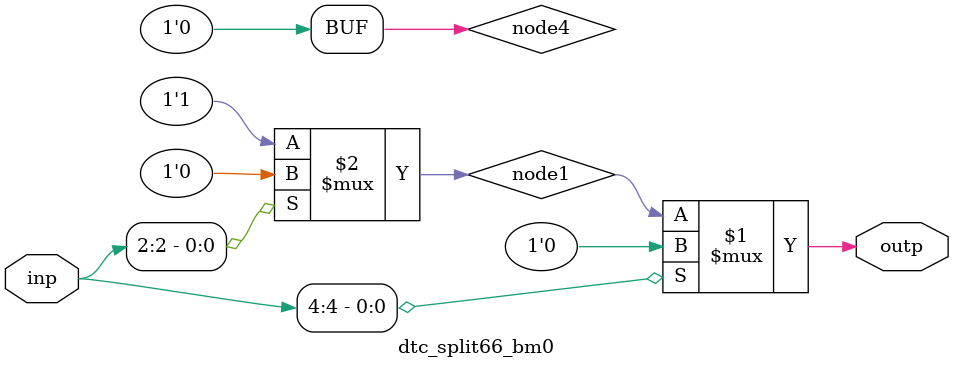
<source format=v>
module dtc_split66_bm0 (
	input  wire [6-1:0] inp,
	output wire [1-1:0] outp
);

	wire [1-1:0] node1;
	wire [1-1:0] node4;

	assign outp = (inp[4]) ? node4 : node1;
		assign node1 = (inp[2]) ? 1'b0 : 1'b1;
		assign node4 = (inp[2]) ? 1'b0 : 1'b0;

endmodule
</source>
